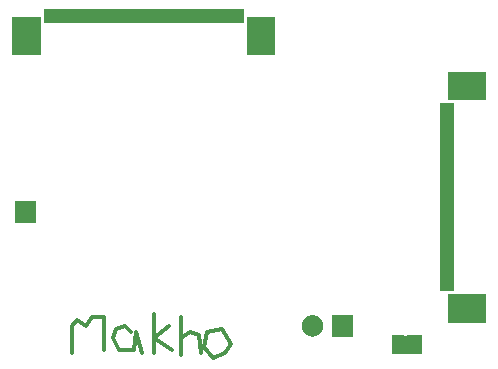
<source format=gts>
G04 #@! TF.GenerationSoftware,KiCad,Pcbnew,(5.1.6)-1*
G04 #@! TF.CreationDate,2020-08-20T18:03:11-07:00*
G04 #@! TF.ProjectId,dualscreen_sp,6475616c-7363-4726-9565-6e5f73702e6b,rev?*
G04 #@! TF.SameCoordinates,Original*
G04 #@! TF.FileFunction,Soldermask,Top*
G04 #@! TF.FilePolarity,Negative*
%FSLAX46Y46*%
G04 Gerber Fmt 4.6, Leading zero omitted, Abs format (unit mm)*
G04 Created by KiCad (PCBNEW (5.1.6)-1) date 2020-08-20 18:03:11*
%MOMM*%
%LPD*%
G01*
G04 APERTURE LIST*
%ADD10C,0.300000*%
%ADD11C,0.100000*%
G04 APERTURE END LIST*
D10*
X-4369000Y-24158000D02*
X-3369000Y-24158000D01*
X-6119000Y-27158000D02*
X-6119000Y-24908000D01*
X-6119000Y-24908000D02*
X-5619000Y-24408000D01*
X-4869000Y-24908000D02*
X-4369000Y-24158000D01*
X-5619000Y-24408000D02*
X-4869000Y-24908000D01*
X7381000Y-26408000D02*
X6631000Y-25158000D01*
X-1119000Y-25408000D02*
X-1619000Y-24908000D01*
X-869000Y-26908000D02*
X-619000Y-25408000D01*
X6881000Y-27158000D02*
X7381000Y-26408000D01*
X-1619000Y-24908000D02*
X-2369000Y-25158000D01*
X4631000Y-25658000D02*
X4881000Y-27158000D01*
X-2119000Y-26908000D02*
X-869000Y-26908000D01*
X6631000Y-25158000D02*
X5381000Y-25408000D01*
X-3369000Y-24158000D02*
X-3369000Y-26908000D01*
X-2369000Y-25158000D02*
X-2619000Y-25908000D01*
X-2619000Y-25908000D02*
X-2119000Y-26908000D01*
X-619000Y-25408000D02*
X-119000Y-27158000D01*
X881000Y-23908000D02*
X881000Y-27158000D01*
X881000Y-25908000D02*
X2381000Y-26908000D01*
X3131000Y-25908000D02*
X3881000Y-25408000D01*
X5381000Y-25408000D02*
X5131000Y-26658000D01*
X3881000Y-25408000D02*
X4631000Y-25658000D01*
X5881000Y-27658000D02*
X6881000Y-27158000D01*
X5131000Y-26658000D02*
X5881000Y-27658000D01*
X2131000Y-24908000D02*
X881000Y-25908000D01*
X3131000Y-24158000D02*
X3131000Y-27408000D01*
D11*
G36*
X22034999Y-25699737D02*
G01*
X22044608Y-25702652D01*
X22053472Y-25707390D01*
X22061212Y-25713742D01*
X22061213Y-25713743D01*
X22061237Y-25713763D01*
X22067640Y-25721573D01*
X22067677Y-25721628D01*
X22075480Y-25731147D01*
X22075511Y-25731122D01*
X22086853Y-25744972D01*
X22105779Y-25760537D01*
X22127377Y-25772111D01*
X22150819Y-25779249D01*
X22175202Y-25781676D01*
X22199591Y-25779300D01*
X22223047Y-25772211D01*
X22244670Y-25760682D01*
X22263628Y-25745157D01*
X22279193Y-25726231D01*
X22281029Y-25723175D01*
X22282418Y-25721486D01*
X22282419Y-25721484D01*
X22288801Y-25713725D01*
X22296573Y-25707360D01*
X22296575Y-25707358D01*
X22305399Y-25702654D01*
X22305438Y-25702633D01*
X22315055Y-25699727D01*
X22315085Y-25699718D01*
X22331113Y-25698148D01*
X23468860Y-25698148D01*
X23484999Y-25699737D01*
X23494608Y-25702652D01*
X23503472Y-25707390D01*
X23511237Y-25713763D01*
X23517610Y-25721528D01*
X23522348Y-25730392D01*
X23525263Y-25740001D01*
X23526852Y-25756140D01*
X23526852Y-27243860D01*
X23525263Y-27259999D01*
X23522348Y-27269608D01*
X23517610Y-27278472D01*
X23511237Y-27286237D01*
X23503472Y-27292610D01*
X23494608Y-27297348D01*
X23484999Y-27300263D01*
X23468860Y-27301852D01*
X22331140Y-27301852D01*
X22315001Y-27300263D01*
X22305392Y-27297348D01*
X22296528Y-27292610D01*
X22288763Y-27286237D01*
X22278116Y-27273263D01*
X22271947Y-27264032D01*
X22254619Y-27246706D01*
X22234244Y-27233093D01*
X22211605Y-27223717D01*
X22187572Y-27218937D01*
X22163068Y-27218938D01*
X22139035Y-27223720D01*
X22116396Y-27233098D01*
X22096022Y-27246713D01*
X22078696Y-27264041D01*
X22071825Y-27273317D01*
X22067640Y-27278427D01*
X22061275Y-27286199D01*
X22053516Y-27292581D01*
X22044661Y-27297326D01*
X22041623Y-27298251D01*
X22035085Y-27300242D01*
X22035082Y-27300242D01*
X22035050Y-27300252D01*
X22025000Y-27301247D01*
X22024935Y-27301247D01*
X22018825Y-27301852D01*
X21031140Y-27301852D01*
X21015001Y-27300263D01*
X21005392Y-27297348D01*
X20996528Y-27292610D01*
X20988763Y-27286237D01*
X20982390Y-27278472D01*
X20977652Y-27269608D01*
X20974737Y-27259999D01*
X20973148Y-27243860D01*
X20973148Y-25756140D01*
X20974737Y-25740001D01*
X20977652Y-25730392D01*
X20982390Y-25721528D01*
X20988763Y-25713763D01*
X20996528Y-25707390D01*
X21005392Y-25702652D01*
X21015001Y-25699737D01*
X21031140Y-25698148D01*
X22018860Y-25698148D01*
X22034999Y-25699737D01*
G37*
G36*
X17721000Y-25805000D02*
G01*
X15919000Y-25805000D01*
X15919000Y-24003000D01*
X17721000Y-24003000D01*
X17721000Y-25805000D01*
G37*
G36*
X14393512Y-24007927D02*
G01*
X14542812Y-24037624D01*
X14706784Y-24105544D01*
X14854354Y-24204147D01*
X14979853Y-24329646D01*
X15078456Y-24477216D01*
X15146376Y-24641188D01*
X15181000Y-24815259D01*
X15181000Y-24992741D01*
X15146376Y-25166812D01*
X15078456Y-25330784D01*
X14979853Y-25478354D01*
X14854354Y-25603853D01*
X14706784Y-25702456D01*
X14542812Y-25770376D01*
X14393512Y-25800073D01*
X14368742Y-25805000D01*
X14191258Y-25805000D01*
X14166488Y-25800073D01*
X14017188Y-25770376D01*
X13853216Y-25702456D01*
X13705646Y-25603853D01*
X13580147Y-25478354D01*
X13481544Y-25330784D01*
X13413624Y-25166812D01*
X13379000Y-24992741D01*
X13379000Y-24815259D01*
X13413624Y-24641188D01*
X13481544Y-24477216D01*
X13580147Y-24329646D01*
X13705646Y-24204147D01*
X13853216Y-24105544D01*
X14017188Y-24037624D01*
X14166488Y-24007927D01*
X14191258Y-24003000D01*
X14368742Y-24003000D01*
X14393512Y-24007927D01*
G37*
G36*
X28951000Y-24621000D02*
G01*
X25749000Y-24621000D01*
X25749000Y-22219000D01*
X28951000Y-22219000D01*
X28951000Y-24621000D01*
G37*
G36*
X26251000Y-21951000D02*
G01*
X25049000Y-21951000D01*
X25049000Y-6049000D01*
X26251000Y-6049000D01*
X26251000Y-21951000D01*
G37*
G36*
X-9099000Y-16151000D02*
G01*
X-10901000Y-16151000D01*
X-10901000Y-14349000D01*
X-9099000Y-14349000D01*
X-9099000Y-16151000D01*
G37*
G36*
X28951000Y-5781000D02*
G01*
X25749000Y-5781000D01*
X25749000Y-3379000D01*
X28951000Y-3379000D01*
X28951000Y-5781000D01*
G37*
G36*
X11121000Y-1951000D02*
G01*
X8719000Y-1951000D01*
X8719000Y1251000D01*
X11121000Y1251000D01*
X11121000Y-1951000D01*
G37*
G36*
X-8719000Y-1951000D02*
G01*
X-11121000Y-1951000D01*
X-11121000Y1251000D01*
X-8719000Y1251000D01*
X-8719000Y-1951000D01*
G37*
G36*
X8451000Y749000D02*
G01*
X-8451000Y749000D01*
X-8451000Y1951000D01*
X8451000Y1951000D01*
X8451000Y749000D01*
G37*
M02*

</source>
